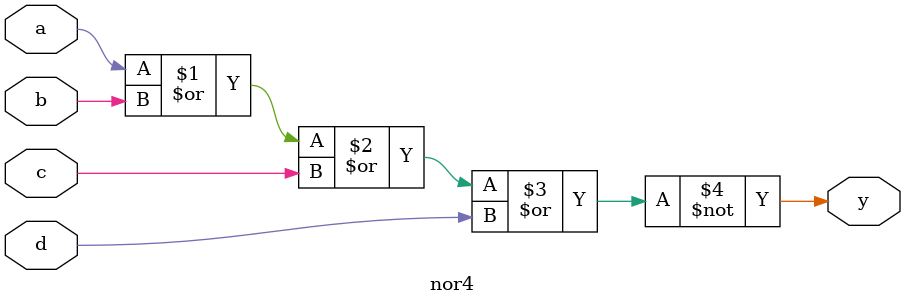
<source format=v>
module adpt_in
(
    input           btn_rst,
    input           clk_100M,
    output          rst,
    output          clk_div
);


reg [24:0]  cnt;
reg         clk_4Hz;

assign clk_div  = clk_4Hz;
assign rst      = btn_rst;

assign clk_ena = (cnt == 24'd25_000_000 - 1);

always @(posedge clk_100M or negedge rst)
begin
    if (!rst)
        cnt <= 24'h0;
    else if (clk_ena)
        cnt <= 24'h0;
    else
        cnt <= cnt + 24'h1;
end

always @(posedge clk_100M or negedge rst)
begin
    if (!rst)
        clk_4Hz <= 1'b0;
    else if (clk_ena)
        clk_4Hz <= ~clk_4Hz;
end

endmodule

module adpt_out
(
    input           T4,
    input           T3,
    input           T2,
    input           T1,
    output [31:0]   led
);

assign led = ~{28'h0, T4, T3, T2, T1};

endmodule



module dff
(
    input           d,
    input           clk,
    input           clrn,
    input           prn,
    output reg      q
);

always @(posedge clk or negedge clrn or negedge prn)
begin
    if (!clrn)
        q <= 1'b0;
    else if (!prn)
        q <= 1'b1;
    else
        q <= d;
end

endmodule


module or2
(
    input           a,
    input           b,
    output          y
);

assign y = a | b;

endmodule


module nor4
(
    input           a,
    input           b,
    input           c,
    input           d,
    output          y
);

assign y = ~(a | b | c | d);

endmodule
</source>
